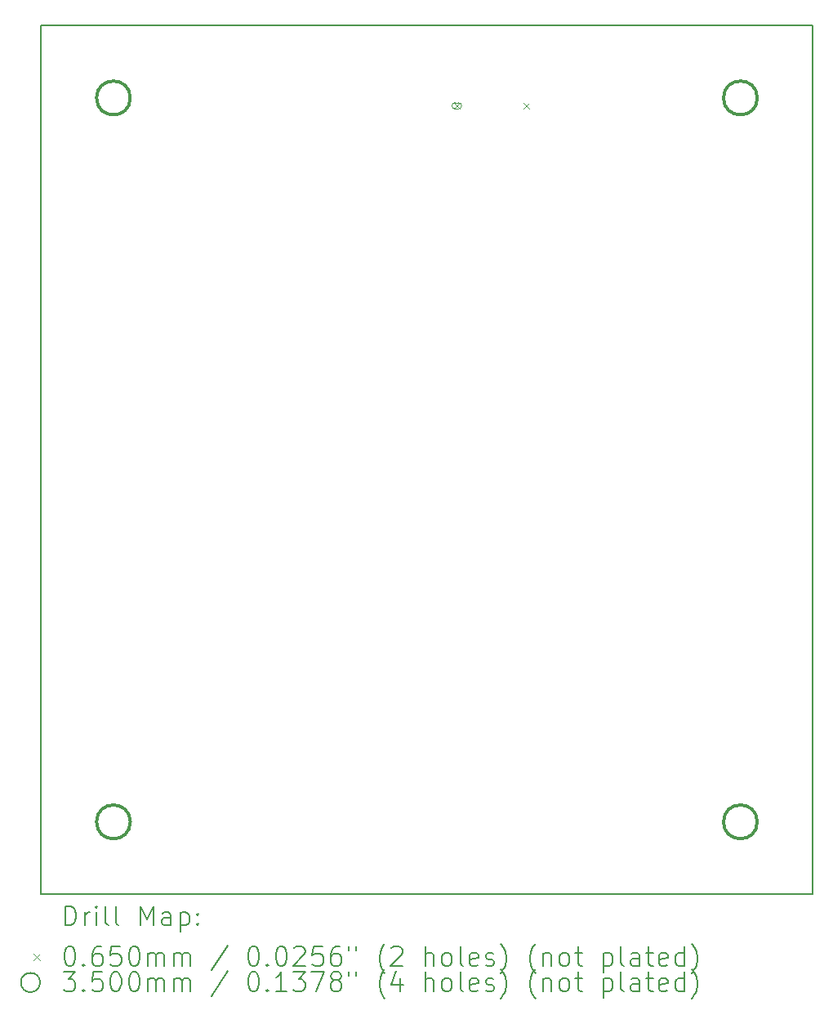
<source format=gbr>
%TF.GenerationSoftware,KiCad,Pcbnew,9.0.1*%
%TF.CreationDate,2025-04-14T00:52:25-03:00*%
%TF.ProjectId,SRAD_computer,53524144-5f63-46f6-9d70-757465722e6b,rev?*%
%TF.SameCoordinates,Original*%
%TF.FileFunction,Drillmap*%
%TF.FilePolarity,Positive*%
%FSLAX45Y45*%
G04 Gerber Fmt 4.5, Leading zero omitted, Abs format (unit mm)*
G04 Created by KiCad (PCBNEW 9.0.1) date 2025-04-14 00:52:25*
%MOMM*%
%LPD*%
G01*
G04 APERTURE LIST*
%ADD10C,0.200000*%
%ADD11C,0.010000*%
%ADD12C,0.100000*%
%ADD13C,0.350000*%
G04 APERTURE END LIST*
D10*
X5588000Y-3532298D02*
X13588000Y-3532298D01*
X13588000Y-12532298D01*
X5588000Y-12532298D01*
X5588000Y-3532298D01*
D11*
X9880500Y-4331500D02*
X9915500Y-4331500D01*
X9915500Y-4396500D02*
X9880500Y-4396500D01*
X9848000Y-4364000D02*
G75*
G02*
X9880500Y-4331500I32500J0D01*
G01*
X9880500Y-4396500D02*
G75*
G02*
X9848000Y-4364000I0J32500D01*
G01*
X9915500Y-4331500D02*
G75*
G02*
X9948000Y-4364000I0J-32500D01*
G01*
X9948000Y-4364000D02*
G75*
G02*
X9915500Y-4396500I-32500J0D01*
G01*
D10*
D12*
X9865500Y-4331500D02*
X9930500Y-4396500D01*
X9930500Y-4331500D02*
X9865500Y-4396500D01*
X10585500Y-4331500D02*
X10650500Y-4396500D01*
X10650500Y-4331500D02*
X10585500Y-4396500D01*
D13*
X6513000Y-4282298D02*
G75*
G02*
X6163000Y-4282298I-175000J0D01*
G01*
X6163000Y-4282298D02*
G75*
G02*
X6513000Y-4282298I175000J0D01*
G01*
X6513000Y-11782298D02*
G75*
G02*
X6163000Y-11782298I-175000J0D01*
G01*
X6163000Y-11782298D02*
G75*
G02*
X6513000Y-11782298I175000J0D01*
G01*
X13013000Y-4282298D02*
G75*
G02*
X12663000Y-4282298I-175000J0D01*
G01*
X12663000Y-4282298D02*
G75*
G02*
X13013000Y-4282298I175000J0D01*
G01*
X13013000Y-11782298D02*
G75*
G02*
X12663000Y-11782298I-175000J0D01*
G01*
X12663000Y-11782298D02*
G75*
G02*
X13013000Y-11782298I175000J0D01*
G01*
D10*
X5838777Y-12853782D02*
X5838777Y-12653782D01*
X5838777Y-12653782D02*
X5886396Y-12653782D01*
X5886396Y-12653782D02*
X5914967Y-12663306D01*
X5914967Y-12663306D02*
X5934015Y-12682354D01*
X5934015Y-12682354D02*
X5943539Y-12701401D01*
X5943539Y-12701401D02*
X5953062Y-12739496D01*
X5953062Y-12739496D02*
X5953062Y-12768068D01*
X5953062Y-12768068D02*
X5943539Y-12806163D01*
X5943539Y-12806163D02*
X5934015Y-12825211D01*
X5934015Y-12825211D02*
X5914967Y-12844258D01*
X5914967Y-12844258D02*
X5886396Y-12853782D01*
X5886396Y-12853782D02*
X5838777Y-12853782D01*
X6038777Y-12853782D02*
X6038777Y-12720449D01*
X6038777Y-12758544D02*
X6048301Y-12739496D01*
X6048301Y-12739496D02*
X6057824Y-12729973D01*
X6057824Y-12729973D02*
X6076872Y-12720449D01*
X6076872Y-12720449D02*
X6095920Y-12720449D01*
X6162586Y-12853782D02*
X6162586Y-12720449D01*
X6162586Y-12653782D02*
X6153062Y-12663306D01*
X6153062Y-12663306D02*
X6162586Y-12672830D01*
X6162586Y-12672830D02*
X6172110Y-12663306D01*
X6172110Y-12663306D02*
X6162586Y-12653782D01*
X6162586Y-12653782D02*
X6162586Y-12672830D01*
X6286396Y-12853782D02*
X6267348Y-12844258D01*
X6267348Y-12844258D02*
X6257824Y-12825211D01*
X6257824Y-12825211D02*
X6257824Y-12653782D01*
X6391158Y-12853782D02*
X6372110Y-12844258D01*
X6372110Y-12844258D02*
X6362586Y-12825211D01*
X6362586Y-12825211D02*
X6362586Y-12653782D01*
X6619729Y-12853782D02*
X6619729Y-12653782D01*
X6619729Y-12653782D02*
X6686396Y-12796639D01*
X6686396Y-12796639D02*
X6753062Y-12653782D01*
X6753062Y-12653782D02*
X6753062Y-12853782D01*
X6934015Y-12853782D02*
X6934015Y-12749020D01*
X6934015Y-12749020D02*
X6924491Y-12729973D01*
X6924491Y-12729973D02*
X6905443Y-12720449D01*
X6905443Y-12720449D02*
X6867348Y-12720449D01*
X6867348Y-12720449D02*
X6848301Y-12729973D01*
X6934015Y-12844258D02*
X6914967Y-12853782D01*
X6914967Y-12853782D02*
X6867348Y-12853782D01*
X6867348Y-12853782D02*
X6848301Y-12844258D01*
X6848301Y-12844258D02*
X6838777Y-12825211D01*
X6838777Y-12825211D02*
X6838777Y-12806163D01*
X6838777Y-12806163D02*
X6848301Y-12787115D01*
X6848301Y-12787115D02*
X6867348Y-12777592D01*
X6867348Y-12777592D02*
X6914967Y-12777592D01*
X6914967Y-12777592D02*
X6934015Y-12768068D01*
X7029253Y-12720449D02*
X7029253Y-12920449D01*
X7029253Y-12729973D02*
X7048301Y-12720449D01*
X7048301Y-12720449D02*
X7086396Y-12720449D01*
X7086396Y-12720449D02*
X7105443Y-12729973D01*
X7105443Y-12729973D02*
X7114967Y-12739496D01*
X7114967Y-12739496D02*
X7124491Y-12758544D01*
X7124491Y-12758544D02*
X7124491Y-12815687D01*
X7124491Y-12815687D02*
X7114967Y-12834734D01*
X7114967Y-12834734D02*
X7105443Y-12844258D01*
X7105443Y-12844258D02*
X7086396Y-12853782D01*
X7086396Y-12853782D02*
X7048301Y-12853782D01*
X7048301Y-12853782D02*
X7029253Y-12844258D01*
X7210205Y-12834734D02*
X7219729Y-12844258D01*
X7219729Y-12844258D02*
X7210205Y-12853782D01*
X7210205Y-12853782D02*
X7200682Y-12844258D01*
X7200682Y-12844258D02*
X7210205Y-12834734D01*
X7210205Y-12834734D02*
X7210205Y-12853782D01*
X7210205Y-12729973D02*
X7219729Y-12739496D01*
X7219729Y-12739496D02*
X7210205Y-12749020D01*
X7210205Y-12749020D02*
X7200682Y-12739496D01*
X7200682Y-12739496D02*
X7210205Y-12729973D01*
X7210205Y-12729973D02*
X7210205Y-12749020D01*
D12*
X5513000Y-13149798D02*
X5578000Y-13214798D01*
X5578000Y-13149798D02*
X5513000Y-13214798D01*
D10*
X5876872Y-13073782D02*
X5895920Y-13073782D01*
X5895920Y-13073782D02*
X5914967Y-13083306D01*
X5914967Y-13083306D02*
X5924491Y-13092830D01*
X5924491Y-13092830D02*
X5934015Y-13111877D01*
X5934015Y-13111877D02*
X5943539Y-13149973D01*
X5943539Y-13149973D02*
X5943539Y-13197592D01*
X5943539Y-13197592D02*
X5934015Y-13235687D01*
X5934015Y-13235687D02*
X5924491Y-13254734D01*
X5924491Y-13254734D02*
X5914967Y-13264258D01*
X5914967Y-13264258D02*
X5895920Y-13273782D01*
X5895920Y-13273782D02*
X5876872Y-13273782D01*
X5876872Y-13273782D02*
X5857824Y-13264258D01*
X5857824Y-13264258D02*
X5848301Y-13254734D01*
X5848301Y-13254734D02*
X5838777Y-13235687D01*
X5838777Y-13235687D02*
X5829253Y-13197592D01*
X5829253Y-13197592D02*
X5829253Y-13149973D01*
X5829253Y-13149973D02*
X5838777Y-13111877D01*
X5838777Y-13111877D02*
X5848301Y-13092830D01*
X5848301Y-13092830D02*
X5857824Y-13083306D01*
X5857824Y-13083306D02*
X5876872Y-13073782D01*
X6029253Y-13254734D02*
X6038777Y-13264258D01*
X6038777Y-13264258D02*
X6029253Y-13273782D01*
X6029253Y-13273782D02*
X6019729Y-13264258D01*
X6019729Y-13264258D02*
X6029253Y-13254734D01*
X6029253Y-13254734D02*
X6029253Y-13273782D01*
X6210205Y-13073782D02*
X6172110Y-13073782D01*
X6172110Y-13073782D02*
X6153062Y-13083306D01*
X6153062Y-13083306D02*
X6143539Y-13092830D01*
X6143539Y-13092830D02*
X6124491Y-13121401D01*
X6124491Y-13121401D02*
X6114967Y-13159496D01*
X6114967Y-13159496D02*
X6114967Y-13235687D01*
X6114967Y-13235687D02*
X6124491Y-13254734D01*
X6124491Y-13254734D02*
X6134015Y-13264258D01*
X6134015Y-13264258D02*
X6153062Y-13273782D01*
X6153062Y-13273782D02*
X6191158Y-13273782D01*
X6191158Y-13273782D02*
X6210205Y-13264258D01*
X6210205Y-13264258D02*
X6219729Y-13254734D01*
X6219729Y-13254734D02*
X6229253Y-13235687D01*
X6229253Y-13235687D02*
X6229253Y-13188068D01*
X6229253Y-13188068D02*
X6219729Y-13169020D01*
X6219729Y-13169020D02*
X6210205Y-13159496D01*
X6210205Y-13159496D02*
X6191158Y-13149973D01*
X6191158Y-13149973D02*
X6153062Y-13149973D01*
X6153062Y-13149973D02*
X6134015Y-13159496D01*
X6134015Y-13159496D02*
X6124491Y-13169020D01*
X6124491Y-13169020D02*
X6114967Y-13188068D01*
X6410205Y-13073782D02*
X6314967Y-13073782D01*
X6314967Y-13073782D02*
X6305443Y-13169020D01*
X6305443Y-13169020D02*
X6314967Y-13159496D01*
X6314967Y-13159496D02*
X6334015Y-13149973D01*
X6334015Y-13149973D02*
X6381634Y-13149973D01*
X6381634Y-13149973D02*
X6400682Y-13159496D01*
X6400682Y-13159496D02*
X6410205Y-13169020D01*
X6410205Y-13169020D02*
X6419729Y-13188068D01*
X6419729Y-13188068D02*
X6419729Y-13235687D01*
X6419729Y-13235687D02*
X6410205Y-13254734D01*
X6410205Y-13254734D02*
X6400682Y-13264258D01*
X6400682Y-13264258D02*
X6381634Y-13273782D01*
X6381634Y-13273782D02*
X6334015Y-13273782D01*
X6334015Y-13273782D02*
X6314967Y-13264258D01*
X6314967Y-13264258D02*
X6305443Y-13254734D01*
X6543539Y-13073782D02*
X6562586Y-13073782D01*
X6562586Y-13073782D02*
X6581634Y-13083306D01*
X6581634Y-13083306D02*
X6591158Y-13092830D01*
X6591158Y-13092830D02*
X6600682Y-13111877D01*
X6600682Y-13111877D02*
X6610205Y-13149973D01*
X6610205Y-13149973D02*
X6610205Y-13197592D01*
X6610205Y-13197592D02*
X6600682Y-13235687D01*
X6600682Y-13235687D02*
X6591158Y-13254734D01*
X6591158Y-13254734D02*
X6581634Y-13264258D01*
X6581634Y-13264258D02*
X6562586Y-13273782D01*
X6562586Y-13273782D02*
X6543539Y-13273782D01*
X6543539Y-13273782D02*
X6524491Y-13264258D01*
X6524491Y-13264258D02*
X6514967Y-13254734D01*
X6514967Y-13254734D02*
X6505443Y-13235687D01*
X6505443Y-13235687D02*
X6495920Y-13197592D01*
X6495920Y-13197592D02*
X6495920Y-13149973D01*
X6495920Y-13149973D02*
X6505443Y-13111877D01*
X6505443Y-13111877D02*
X6514967Y-13092830D01*
X6514967Y-13092830D02*
X6524491Y-13083306D01*
X6524491Y-13083306D02*
X6543539Y-13073782D01*
X6695920Y-13273782D02*
X6695920Y-13140449D01*
X6695920Y-13159496D02*
X6705443Y-13149973D01*
X6705443Y-13149973D02*
X6724491Y-13140449D01*
X6724491Y-13140449D02*
X6753063Y-13140449D01*
X6753063Y-13140449D02*
X6772110Y-13149973D01*
X6772110Y-13149973D02*
X6781634Y-13169020D01*
X6781634Y-13169020D02*
X6781634Y-13273782D01*
X6781634Y-13169020D02*
X6791158Y-13149973D01*
X6791158Y-13149973D02*
X6810205Y-13140449D01*
X6810205Y-13140449D02*
X6838777Y-13140449D01*
X6838777Y-13140449D02*
X6857824Y-13149973D01*
X6857824Y-13149973D02*
X6867348Y-13169020D01*
X6867348Y-13169020D02*
X6867348Y-13273782D01*
X6962586Y-13273782D02*
X6962586Y-13140449D01*
X6962586Y-13159496D02*
X6972110Y-13149973D01*
X6972110Y-13149973D02*
X6991158Y-13140449D01*
X6991158Y-13140449D02*
X7019729Y-13140449D01*
X7019729Y-13140449D02*
X7038777Y-13149973D01*
X7038777Y-13149973D02*
X7048301Y-13169020D01*
X7048301Y-13169020D02*
X7048301Y-13273782D01*
X7048301Y-13169020D02*
X7057824Y-13149973D01*
X7057824Y-13149973D02*
X7076872Y-13140449D01*
X7076872Y-13140449D02*
X7105443Y-13140449D01*
X7105443Y-13140449D02*
X7124491Y-13149973D01*
X7124491Y-13149973D02*
X7134015Y-13169020D01*
X7134015Y-13169020D02*
X7134015Y-13273782D01*
X7524491Y-13064258D02*
X7353063Y-13321401D01*
X7781634Y-13073782D02*
X7800682Y-13073782D01*
X7800682Y-13073782D02*
X7819729Y-13083306D01*
X7819729Y-13083306D02*
X7829253Y-13092830D01*
X7829253Y-13092830D02*
X7838777Y-13111877D01*
X7838777Y-13111877D02*
X7848301Y-13149973D01*
X7848301Y-13149973D02*
X7848301Y-13197592D01*
X7848301Y-13197592D02*
X7838777Y-13235687D01*
X7838777Y-13235687D02*
X7829253Y-13254734D01*
X7829253Y-13254734D02*
X7819729Y-13264258D01*
X7819729Y-13264258D02*
X7800682Y-13273782D01*
X7800682Y-13273782D02*
X7781634Y-13273782D01*
X7781634Y-13273782D02*
X7762586Y-13264258D01*
X7762586Y-13264258D02*
X7753063Y-13254734D01*
X7753063Y-13254734D02*
X7743539Y-13235687D01*
X7743539Y-13235687D02*
X7734015Y-13197592D01*
X7734015Y-13197592D02*
X7734015Y-13149973D01*
X7734015Y-13149973D02*
X7743539Y-13111877D01*
X7743539Y-13111877D02*
X7753063Y-13092830D01*
X7753063Y-13092830D02*
X7762586Y-13083306D01*
X7762586Y-13083306D02*
X7781634Y-13073782D01*
X7934015Y-13254734D02*
X7943539Y-13264258D01*
X7943539Y-13264258D02*
X7934015Y-13273782D01*
X7934015Y-13273782D02*
X7924491Y-13264258D01*
X7924491Y-13264258D02*
X7934015Y-13254734D01*
X7934015Y-13254734D02*
X7934015Y-13273782D01*
X8067348Y-13073782D02*
X8086396Y-13073782D01*
X8086396Y-13073782D02*
X8105444Y-13083306D01*
X8105444Y-13083306D02*
X8114967Y-13092830D01*
X8114967Y-13092830D02*
X8124491Y-13111877D01*
X8124491Y-13111877D02*
X8134015Y-13149973D01*
X8134015Y-13149973D02*
X8134015Y-13197592D01*
X8134015Y-13197592D02*
X8124491Y-13235687D01*
X8124491Y-13235687D02*
X8114967Y-13254734D01*
X8114967Y-13254734D02*
X8105444Y-13264258D01*
X8105444Y-13264258D02*
X8086396Y-13273782D01*
X8086396Y-13273782D02*
X8067348Y-13273782D01*
X8067348Y-13273782D02*
X8048301Y-13264258D01*
X8048301Y-13264258D02*
X8038777Y-13254734D01*
X8038777Y-13254734D02*
X8029253Y-13235687D01*
X8029253Y-13235687D02*
X8019729Y-13197592D01*
X8019729Y-13197592D02*
X8019729Y-13149973D01*
X8019729Y-13149973D02*
X8029253Y-13111877D01*
X8029253Y-13111877D02*
X8038777Y-13092830D01*
X8038777Y-13092830D02*
X8048301Y-13083306D01*
X8048301Y-13083306D02*
X8067348Y-13073782D01*
X8210206Y-13092830D02*
X8219729Y-13083306D01*
X8219729Y-13083306D02*
X8238777Y-13073782D01*
X8238777Y-13073782D02*
X8286396Y-13073782D01*
X8286396Y-13073782D02*
X8305444Y-13083306D01*
X8305444Y-13083306D02*
X8314967Y-13092830D01*
X8314967Y-13092830D02*
X8324491Y-13111877D01*
X8324491Y-13111877D02*
X8324491Y-13130925D01*
X8324491Y-13130925D02*
X8314967Y-13159496D01*
X8314967Y-13159496D02*
X8200682Y-13273782D01*
X8200682Y-13273782D02*
X8324491Y-13273782D01*
X8505444Y-13073782D02*
X8410206Y-13073782D01*
X8410206Y-13073782D02*
X8400682Y-13169020D01*
X8400682Y-13169020D02*
X8410206Y-13159496D01*
X8410206Y-13159496D02*
X8429253Y-13149973D01*
X8429253Y-13149973D02*
X8476872Y-13149973D01*
X8476872Y-13149973D02*
X8495920Y-13159496D01*
X8495920Y-13159496D02*
X8505444Y-13169020D01*
X8505444Y-13169020D02*
X8514968Y-13188068D01*
X8514968Y-13188068D02*
X8514968Y-13235687D01*
X8514968Y-13235687D02*
X8505444Y-13254734D01*
X8505444Y-13254734D02*
X8495920Y-13264258D01*
X8495920Y-13264258D02*
X8476872Y-13273782D01*
X8476872Y-13273782D02*
X8429253Y-13273782D01*
X8429253Y-13273782D02*
X8410206Y-13264258D01*
X8410206Y-13264258D02*
X8400682Y-13254734D01*
X8686396Y-13073782D02*
X8648301Y-13073782D01*
X8648301Y-13073782D02*
X8629253Y-13083306D01*
X8629253Y-13083306D02*
X8619729Y-13092830D01*
X8619729Y-13092830D02*
X8600682Y-13121401D01*
X8600682Y-13121401D02*
X8591158Y-13159496D01*
X8591158Y-13159496D02*
X8591158Y-13235687D01*
X8591158Y-13235687D02*
X8600682Y-13254734D01*
X8600682Y-13254734D02*
X8610206Y-13264258D01*
X8610206Y-13264258D02*
X8629253Y-13273782D01*
X8629253Y-13273782D02*
X8667349Y-13273782D01*
X8667349Y-13273782D02*
X8686396Y-13264258D01*
X8686396Y-13264258D02*
X8695920Y-13254734D01*
X8695920Y-13254734D02*
X8705444Y-13235687D01*
X8705444Y-13235687D02*
X8705444Y-13188068D01*
X8705444Y-13188068D02*
X8695920Y-13169020D01*
X8695920Y-13169020D02*
X8686396Y-13159496D01*
X8686396Y-13159496D02*
X8667349Y-13149973D01*
X8667349Y-13149973D02*
X8629253Y-13149973D01*
X8629253Y-13149973D02*
X8610206Y-13159496D01*
X8610206Y-13159496D02*
X8600682Y-13169020D01*
X8600682Y-13169020D02*
X8591158Y-13188068D01*
X8781634Y-13073782D02*
X8781634Y-13111877D01*
X8857825Y-13073782D02*
X8857825Y-13111877D01*
X9153063Y-13349973D02*
X9143539Y-13340449D01*
X9143539Y-13340449D02*
X9124491Y-13311877D01*
X9124491Y-13311877D02*
X9114968Y-13292830D01*
X9114968Y-13292830D02*
X9105444Y-13264258D01*
X9105444Y-13264258D02*
X9095920Y-13216639D01*
X9095920Y-13216639D02*
X9095920Y-13178544D01*
X9095920Y-13178544D02*
X9105444Y-13130925D01*
X9105444Y-13130925D02*
X9114968Y-13102354D01*
X9114968Y-13102354D02*
X9124491Y-13083306D01*
X9124491Y-13083306D02*
X9143539Y-13054734D01*
X9143539Y-13054734D02*
X9153063Y-13045211D01*
X9219730Y-13092830D02*
X9229253Y-13083306D01*
X9229253Y-13083306D02*
X9248301Y-13073782D01*
X9248301Y-13073782D02*
X9295920Y-13073782D01*
X9295920Y-13073782D02*
X9314968Y-13083306D01*
X9314968Y-13083306D02*
X9324491Y-13092830D01*
X9324491Y-13092830D02*
X9334015Y-13111877D01*
X9334015Y-13111877D02*
X9334015Y-13130925D01*
X9334015Y-13130925D02*
X9324491Y-13159496D01*
X9324491Y-13159496D02*
X9210206Y-13273782D01*
X9210206Y-13273782D02*
X9334015Y-13273782D01*
X9572111Y-13273782D02*
X9572111Y-13073782D01*
X9657825Y-13273782D02*
X9657825Y-13169020D01*
X9657825Y-13169020D02*
X9648301Y-13149973D01*
X9648301Y-13149973D02*
X9629253Y-13140449D01*
X9629253Y-13140449D02*
X9600682Y-13140449D01*
X9600682Y-13140449D02*
X9581634Y-13149973D01*
X9581634Y-13149973D02*
X9572111Y-13159496D01*
X9781634Y-13273782D02*
X9762587Y-13264258D01*
X9762587Y-13264258D02*
X9753063Y-13254734D01*
X9753063Y-13254734D02*
X9743539Y-13235687D01*
X9743539Y-13235687D02*
X9743539Y-13178544D01*
X9743539Y-13178544D02*
X9753063Y-13159496D01*
X9753063Y-13159496D02*
X9762587Y-13149973D01*
X9762587Y-13149973D02*
X9781634Y-13140449D01*
X9781634Y-13140449D02*
X9810206Y-13140449D01*
X9810206Y-13140449D02*
X9829253Y-13149973D01*
X9829253Y-13149973D02*
X9838777Y-13159496D01*
X9838777Y-13159496D02*
X9848301Y-13178544D01*
X9848301Y-13178544D02*
X9848301Y-13235687D01*
X9848301Y-13235687D02*
X9838777Y-13254734D01*
X9838777Y-13254734D02*
X9829253Y-13264258D01*
X9829253Y-13264258D02*
X9810206Y-13273782D01*
X9810206Y-13273782D02*
X9781634Y-13273782D01*
X9962587Y-13273782D02*
X9943539Y-13264258D01*
X9943539Y-13264258D02*
X9934015Y-13245211D01*
X9934015Y-13245211D02*
X9934015Y-13073782D01*
X10114968Y-13264258D02*
X10095920Y-13273782D01*
X10095920Y-13273782D02*
X10057825Y-13273782D01*
X10057825Y-13273782D02*
X10038777Y-13264258D01*
X10038777Y-13264258D02*
X10029253Y-13245211D01*
X10029253Y-13245211D02*
X10029253Y-13169020D01*
X10029253Y-13169020D02*
X10038777Y-13149973D01*
X10038777Y-13149973D02*
X10057825Y-13140449D01*
X10057825Y-13140449D02*
X10095920Y-13140449D01*
X10095920Y-13140449D02*
X10114968Y-13149973D01*
X10114968Y-13149973D02*
X10124492Y-13169020D01*
X10124492Y-13169020D02*
X10124492Y-13188068D01*
X10124492Y-13188068D02*
X10029253Y-13207115D01*
X10200682Y-13264258D02*
X10219730Y-13273782D01*
X10219730Y-13273782D02*
X10257825Y-13273782D01*
X10257825Y-13273782D02*
X10276873Y-13264258D01*
X10276873Y-13264258D02*
X10286396Y-13245211D01*
X10286396Y-13245211D02*
X10286396Y-13235687D01*
X10286396Y-13235687D02*
X10276873Y-13216639D01*
X10276873Y-13216639D02*
X10257825Y-13207115D01*
X10257825Y-13207115D02*
X10229253Y-13207115D01*
X10229253Y-13207115D02*
X10210206Y-13197592D01*
X10210206Y-13197592D02*
X10200682Y-13178544D01*
X10200682Y-13178544D02*
X10200682Y-13169020D01*
X10200682Y-13169020D02*
X10210206Y-13149973D01*
X10210206Y-13149973D02*
X10229253Y-13140449D01*
X10229253Y-13140449D02*
X10257825Y-13140449D01*
X10257825Y-13140449D02*
X10276873Y-13149973D01*
X10353063Y-13349973D02*
X10362587Y-13340449D01*
X10362587Y-13340449D02*
X10381634Y-13311877D01*
X10381634Y-13311877D02*
X10391158Y-13292830D01*
X10391158Y-13292830D02*
X10400682Y-13264258D01*
X10400682Y-13264258D02*
X10410206Y-13216639D01*
X10410206Y-13216639D02*
X10410206Y-13178544D01*
X10410206Y-13178544D02*
X10400682Y-13130925D01*
X10400682Y-13130925D02*
X10391158Y-13102354D01*
X10391158Y-13102354D02*
X10381634Y-13083306D01*
X10381634Y-13083306D02*
X10362587Y-13054734D01*
X10362587Y-13054734D02*
X10353063Y-13045211D01*
X10714968Y-13349973D02*
X10705444Y-13340449D01*
X10705444Y-13340449D02*
X10686396Y-13311877D01*
X10686396Y-13311877D02*
X10676873Y-13292830D01*
X10676873Y-13292830D02*
X10667349Y-13264258D01*
X10667349Y-13264258D02*
X10657825Y-13216639D01*
X10657825Y-13216639D02*
X10657825Y-13178544D01*
X10657825Y-13178544D02*
X10667349Y-13130925D01*
X10667349Y-13130925D02*
X10676873Y-13102354D01*
X10676873Y-13102354D02*
X10686396Y-13083306D01*
X10686396Y-13083306D02*
X10705444Y-13054734D01*
X10705444Y-13054734D02*
X10714968Y-13045211D01*
X10791158Y-13140449D02*
X10791158Y-13273782D01*
X10791158Y-13159496D02*
X10800682Y-13149973D01*
X10800682Y-13149973D02*
X10819730Y-13140449D01*
X10819730Y-13140449D02*
X10848301Y-13140449D01*
X10848301Y-13140449D02*
X10867349Y-13149973D01*
X10867349Y-13149973D02*
X10876873Y-13169020D01*
X10876873Y-13169020D02*
X10876873Y-13273782D01*
X11000682Y-13273782D02*
X10981634Y-13264258D01*
X10981634Y-13264258D02*
X10972111Y-13254734D01*
X10972111Y-13254734D02*
X10962587Y-13235687D01*
X10962587Y-13235687D02*
X10962587Y-13178544D01*
X10962587Y-13178544D02*
X10972111Y-13159496D01*
X10972111Y-13159496D02*
X10981634Y-13149973D01*
X10981634Y-13149973D02*
X11000682Y-13140449D01*
X11000682Y-13140449D02*
X11029254Y-13140449D01*
X11029254Y-13140449D02*
X11048301Y-13149973D01*
X11048301Y-13149973D02*
X11057825Y-13159496D01*
X11057825Y-13159496D02*
X11067349Y-13178544D01*
X11067349Y-13178544D02*
X11067349Y-13235687D01*
X11067349Y-13235687D02*
X11057825Y-13254734D01*
X11057825Y-13254734D02*
X11048301Y-13264258D01*
X11048301Y-13264258D02*
X11029254Y-13273782D01*
X11029254Y-13273782D02*
X11000682Y-13273782D01*
X11124492Y-13140449D02*
X11200682Y-13140449D01*
X11153063Y-13073782D02*
X11153063Y-13245211D01*
X11153063Y-13245211D02*
X11162587Y-13264258D01*
X11162587Y-13264258D02*
X11181634Y-13273782D01*
X11181634Y-13273782D02*
X11200682Y-13273782D01*
X11419730Y-13140449D02*
X11419730Y-13340449D01*
X11419730Y-13149973D02*
X11438777Y-13140449D01*
X11438777Y-13140449D02*
X11476873Y-13140449D01*
X11476873Y-13140449D02*
X11495920Y-13149973D01*
X11495920Y-13149973D02*
X11505444Y-13159496D01*
X11505444Y-13159496D02*
X11514968Y-13178544D01*
X11514968Y-13178544D02*
X11514968Y-13235687D01*
X11514968Y-13235687D02*
X11505444Y-13254734D01*
X11505444Y-13254734D02*
X11495920Y-13264258D01*
X11495920Y-13264258D02*
X11476873Y-13273782D01*
X11476873Y-13273782D02*
X11438777Y-13273782D01*
X11438777Y-13273782D02*
X11419730Y-13264258D01*
X11629253Y-13273782D02*
X11610206Y-13264258D01*
X11610206Y-13264258D02*
X11600682Y-13245211D01*
X11600682Y-13245211D02*
X11600682Y-13073782D01*
X11791158Y-13273782D02*
X11791158Y-13169020D01*
X11791158Y-13169020D02*
X11781634Y-13149973D01*
X11781634Y-13149973D02*
X11762587Y-13140449D01*
X11762587Y-13140449D02*
X11724492Y-13140449D01*
X11724492Y-13140449D02*
X11705444Y-13149973D01*
X11791158Y-13264258D02*
X11772111Y-13273782D01*
X11772111Y-13273782D02*
X11724492Y-13273782D01*
X11724492Y-13273782D02*
X11705444Y-13264258D01*
X11705444Y-13264258D02*
X11695920Y-13245211D01*
X11695920Y-13245211D02*
X11695920Y-13226163D01*
X11695920Y-13226163D02*
X11705444Y-13207115D01*
X11705444Y-13207115D02*
X11724492Y-13197592D01*
X11724492Y-13197592D02*
X11772111Y-13197592D01*
X11772111Y-13197592D02*
X11791158Y-13188068D01*
X11857825Y-13140449D02*
X11934015Y-13140449D01*
X11886396Y-13073782D02*
X11886396Y-13245211D01*
X11886396Y-13245211D02*
X11895920Y-13264258D01*
X11895920Y-13264258D02*
X11914968Y-13273782D01*
X11914968Y-13273782D02*
X11934015Y-13273782D01*
X12076873Y-13264258D02*
X12057825Y-13273782D01*
X12057825Y-13273782D02*
X12019730Y-13273782D01*
X12019730Y-13273782D02*
X12000682Y-13264258D01*
X12000682Y-13264258D02*
X11991158Y-13245211D01*
X11991158Y-13245211D02*
X11991158Y-13169020D01*
X11991158Y-13169020D02*
X12000682Y-13149973D01*
X12000682Y-13149973D02*
X12019730Y-13140449D01*
X12019730Y-13140449D02*
X12057825Y-13140449D01*
X12057825Y-13140449D02*
X12076873Y-13149973D01*
X12076873Y-13149973D02*
X12086396Y-13169020D01*
X12086396Y-13169020D02*
X12086396Y-13188068D01*
X12086396Y-13188068D02*
X11991158Y-13207115D01*
X12257825Y-13273782D02*
X12257825Y-13073782D01*
X12257825Y-13264258D02*
X12238777Y-13273782D01*
X12238777Y-13273782D02*
X12200682Y-13273782D01*
X12200682Y-13273782D02*
X12181634Y-13264258D01*
X12181634Y-13264258D02*
X12172111Y-13254734D01*
X12172111Y-13254734D02*
X12162587Y-13235687D01*
X12162587Y-13235687D02*
X12162587Y-13178544D01*
X12162587Y-13178544D02*
X12172111Y-13159496D01*
X12172111Y-13159496D02*
X12181634Y-13149973D01*
X12181634Y-13149973D02*
X12200682Y-13140449D01*
X12200682Y-13140449D02*
X12238777Y-13140449D01*
X12238777Y-13140449D02*
X12257825Y-13149973D01*
X12334015Y-13349973D02*
X12343539Y-13340449D01*
X12343539Y-13340449D02*
X12362587Y-13311877D01*
X12362587Y-13311877D02*
X12372111Y-13292830D01*
X12372111Y-13292830D02*
X12381634Y-13264258D01*
X12381634Y-13264258D02*
X12391158Y-13216639D01*
X12391158Y-13216639D02*
X12391158Y-13178544D01*
X12391158Y-13178544D02*
X12381634Y-13130925D01*
X12381634Y-13130925D02*
X12372111Y-13102354D01*
X12372111Y-13102354D02*
X12362587Y-13083306D01*
X12362587Y-13083306D02*
X12343539Y-13054734D01*
X12343539Y-13054734D02*
X12334015Y-13045211D01*
X5578000Y-13446298D02*
G75*
G02*
X5378000Y-13446298I-100000J0D01*
G01*
X5378000Y-13446298D02*
G75*
G02*
X5578000Y-13446298I100000J0D01*
G01*
X5819729Y-13337782D02*
X5943539Y-13337782D01*
X5943539Y-13337782D02*
X5876872Y-13413973D01*
X5876872Y-13413973D02*
X5905443Y-13413973D01*
X5905443Y-13413973D02*
X5924491Y-13423496D01*
X5924491Y-13423496D02*
X5934015Y-13433020D01*
X5934015Y-13433020D02*
X5943539Y-13452068D01*
X5943539Y-13452068D02*
X5943539Y-13499687D01*
X5943539Y-13499687D02*
X5934015Y-13518734D01*
X5934015Y-13518734D02*
X5924491Y-13528258D01*
X5924491Y-13528258D02*
X5905443Y-13537782D01*
X5905443Y-13537782D02*
X5848301Y-13537782D01*
X5848301Y-13537782D02*
X5829253Y-13528258D01*
X5829253Y-13528258D02*
X5819729Y-13518734D01*
X6029253Y-13518734D02*
X6038777Y-13528258D01*
X6038777Y-13528258D02*
X6029253Y-13537782D01*
X6029253Y-13537782D02*
X6019729Y-13528258D01*
X6019729Y-13528258D02*
X6029253Y-13518734D01*
X6029253Y-13518734D02*
X6029253Y-13537782D01*
X6219729Y-13337782D02*
X6124491Y-13337782D01*
X6124491Y-13337782D02*
X6114967Y-13433020D01*
X6114967Y-13433020D02*
X6124491Y-13423496D01*
X6124491Y-13423496D02*
X6143539Y-13413973D01*
X6143539Y-13413973D02*
X6191158Y-13413973D01*
X6191158Y-13413973D02*
X6210205Y-13423496D01*
X6210205Y-13423496D02*
X6219729Y-13433020D01*
X6219729Y-13433020D02*
X6229253Y-13452068D01*
X6229253Y-13452068D02*
X6229253Y-13499687D01*
X6229253Y-13499687D02*
X6219729Y-13518734D01*
X6219729Y-13518734D02*
X6210205Y-13528258D01*
X6210205Y-13528258D02*
X6191158Y-13537782D01*
X6191158Y-13537782D02*
X6143539Y-13537782D01*
X6143539Y-13537782D02*
X6124491Y-13528258D01*
X6124491Y-13528258D02*
X6114967Y-13518734D01*
X6353062Y-13337782D02*
X6372110Y-13337782D01*
X6372110Y-13337782D02*
X6391158Y-13347306D01*
X6391158Y-13347306D02*
X6400682Y-13356830D01*
X6400682Y-13356830D02*
X6410205Y-13375877D01*
X6410205Y-13375877D02*
X6419729Y-13413973D01*
X6419729Y-13413973D02*
X6419729Y-13461592D01*
X6419729Y-13461592D02*
X6410205Y-13499687D01*
X6410205Y-13499687D02*
X6400682Y-13518734D01*
X6400682Y-13518734D02*
X6391158Y-13528258D01*
X6391158Y-13528258D02*
X6372110Y-13537782D01*
X6372110Y-13537782D02*
X6353062Y-13537782D01*
X6353062Y-13537782D02*
X6334015Y-13528258D01*
X6334015Y-13528258D02*
X6324491Y-13518734D01*
X6324491Y-13518734D02*
X6314967Y-13499687D01*
X6314967Y-13499687D02*
X6305443Y-13461592D01*
X6305443Y-13461592D02*
X6305443Y-13413973D01*
X6305443Y-13413973D02*
X6314967Y-13375877D01*
X6314967Y-13375877D02*
X6324491Y-13356830D01*
X6324491Y-13356830D02*
X6334015Y-13347306D01*
X6334015Y-13347306D02*
X6353062Y-13337782D01*
X6543539Y-13337782D02*
X6562586Y-13337782D01*
X6562586Y-13337782D02*
X6581634Y-13347306D01*
X6581634Y-13347306D02*
X6591158Y-13356830D01*
X6591158Y-13356830D02*
X6600682Y-13375877D01*
X6600682Y-13375877D02*
X6610205Y-13413973D01*
X6610205Y-13413973D02*
X6610205Y-13461592D01*
X6610205Y-13461592D02*
X6600682Y-13499687D01*
X6600682Y-13499687D02*
X6591158Y-13518734D01*
X6591158Y-13518734D02*
X6581634Y-13528258D01*
X6581634Y-13528258D02*
X6562586Y-13537782D01*
X6562586Y-13537782D02*
X6543539Y-13537782D01*
X6543539Y-13537782D02*
X6524491Y-13528258D01*
X6524491Y-13528258D02*
X6514967Y-13518734D01*
X6514967Y-13518734D02*
X6505443Y-13499687D01*
X6505443Y-13499687D02*
X6495920Y-13461592D01*
X6495920Y-13461592D02*
X6495920Y-13413973D01*
X6495920Y-13413973D02*
X6505443Y-13375877D01*
X6505443Y-13375877D02*
X6514967Y-13356830D01*
X6514967Y-13356830D02*
X6524491Y-13347306D01*
X6524491Y-13347306D02*
X6543539Y-13337782D01*
X6695920Y-13537782D02*
X6695920Y-13404449D01*
X6695920Y-13423496D02*
X6705443Y-13413973D01*
X6705443Y-13413973D02*
X6724491Y-13404449D01*
X6724491Y-13404449D02*
X6753063Y-13404449D01*
X6753063Y-13404449D02*
X6772110Y-13413973D01*
X6772110Y-13413973D02*
X6781634Y-13433020D01*
X6781634Y-13433020D02*
X6781634Y-13537782D01*
X6781634Y-13433020D02*
X6791158Y-13413973D01*
X6791158Y-13413973D02*
X6810205Y-13404449D01*
X6810205Y-13404449D02*
X6838777Y-13404449D01*
X6838777Y-13404449D02*
X6857824Y-13413973D01*
X6857824Y-13413973D02*
X6867348Y-13433020D01*
X6867348Y-13433020D02*
X6867348Y-13537782D01*
X6962586Y-13537782D02*
X6962586Y-13404449D01*
X6962586Y-13423496D02*
X6972110Y-13413973D01*
X6972110Y-13413973D02*
X6991158Y-13404449D01*
X6991158Y-13404449D02*
X7019729Y-13404449D01*
X7019729Y-13404449D02*
X7038777Y-13413973D01*
X7038777Y-13413973D02*
X7048301Y-13433020D01*
X7048301Y-13433020D02*
X7048301Y-13537782D01*
X7048301Y-13433020D02*
X7057824Y-13413973D01*
X7057824Y-13413973D02*
X7076872Y-13404449D01*
X7076872Y-13404449D02*
X7105443Y-13404449D01*
X7105443Y-13404449D02*
X7124491Y-13413973D01*
X7124491Y-13413973D02*
X7134015Y-13433020D01*
X7134015Y-13433020D02*
X7134015Y-13537782D01*
X7524491Y-13328258D02*
X7353063Y-13585401D01*
X7781634Y-13337782D02*
X7800682Y-13337782D01*
X7800682Y-13337782D02*
X7819729Y-13347306D01*
X7819729Y-13347306D02*
X7829253Y-13356830D01*
X7829253Y-13356830D02*
X7838777Y-13375877D01*
X7838777Y-13375877D02*
X7848301Y-13413973D01*
X7848301Y-13413973D02*
X7848301Y-13461592D01*
X7848301Y-13461592D02*
X7838777Y-13499687D01*
X7838777Y-13499687D02*
X7829253Y-13518734D01*
X7829253Y-13518734D02*
X7819729Y-13528258D01*
X7819729Y-13528258D02*
X7800682Y-13537782D01*
X7800682Y-13537782D02*
X7781634Y-13537782D01*
X7781634Y-13537782D02*
X7762586Y-13528258D01*
X7762586Y-13528258D02*
X7753063Y-13518734D01*
X7753063Y-13518734D02*
X7743539Y-13499687D01*
X7743539Y-13499687D02*
X7734015Y-13461592D01*
X7734015Y-13461592D02*
X7734015Y-13413973D01*
X7734015Y-13413973D02*
X7743539Y-13375877D01*
X7743539Y-13375877D02*
X7753063Y-13356830D01*
X7753063Y-13356830D02*
X7762586Y-13347306D01*
X7762586Y-13347306D02*
X7781634Y-13337782D01*
X7934015Y-13518734D02*
X7943539Y-13528258D01*
X7943539Y-13528258D02*
X7934015Y-13537782D01*
X7934015Y-13537782D02*
X7924491Y-13528258D01*
X7924491Y-13528258D02*
X7934015Y-13518734D01*
X7934015Y-13518734D02*
X7934015Y-13537782D01*
X8134015Y-13537782D02*
X8019729Y-13537782D01*
X8076872Y-13537782D02*
X8076872Y-13337782D01*
X8076872Y-13337782D02*
X8057825Y-13366354D01*
X8057825Y-13366354D02*
X8038777Y-13385401D01*
X8038777Y-13385401D02*
X8019729Y-13394925D01*
X8200682Y-13337782D02*
X8324491Y-13337782D01*
X8324491Y-13337782D02*
X8257825Y-13413973D01*
X8257825Y-13413973D02*
X8286396Y-13413973D01*
X8286396Y-13413973D02*
X8305444Y-13423496D01*
X8305444Y-13423496D02*
X8314967Y-13433020D01*
X8314967Y-13433020D02*
X8324491Y-13452068D01*
X8324491Y-13452068D02*
X8324491Y-13499687D01*
X8324491Y-13499687D02*
X8314967Y-13518734D01*
X8314967Y-13518734D02*
X8305444Y-13528258D01*
X8305444Y-13528258D02*
X8286396Y-13537782D01*
X8286396Y-13537782D02*
X8229253Y-13537782D01*
X8229253Y-13537782D02*
X8210206Y-13528258D01*
X8210206Y-13528258D02*
X8200682Y-13518734D01*
X8391158Y-13337782D02*
X8524491Y-13337782D01*
X8524491Y-13337782D02*
X8438777Y-13537782D01*
X8629253Y-13423496D02*
X8610206Y-13413973D01*
X8610206Y-13413973D02*
X8600682Y-13404449D01*
X8600682Y-13404449D02*
X8591158Y-13385401D01*
X8591158Y-13385401D02*
X8591158Y-13375877D01*
X8591158Y-13375877D02*
X8600682Y-13356830D01*
X8600682Y-13356830D02*
X8610206Y-13347306D01*
X8610206Y-13347306D02*
X8629253Y-13337782D01*
X8629253Y-13337782D02*
X8667349Y-13337782D01*
X8667349Y-13337782D02*
X8686396Y-13347306D01*
X8686396Y-13347306D02*
X8695920Y-13356830D01*
X8695920Y-13356830D02*
X8705444Y-13375877D01*
X8705444Y-13375877D02*
X8705444Y-13385401D01*
X8705444Y-13385401D02*
X8695920Y-13404449D01*
X8695920Y-13404449D02*
X8686396Y-13413973D01*
X8686396Y-13413973D02*
X8667349Y-13423496D01*
X8667349Y-13423496D02*
X8629253Y-13423496D01*
X8629253Y-13423496D02*
X8610206Y-13433020D01*
X8610206Y-13433020D02*
X8600682Y-13442544D01*
X8600682Y-13442544D02*
X8591158Y-13461592D01*
X8591158Y-13461592D02*
X8591158Y-13499687D01*
X8591158Y-13499687D02*
X8600682Y-13518734D01*
X8600682Y-13518734D02*
X8610206Y-13528258D01*
X8610206Y-13528258D02*
X8629253Y-13537782D01*
X8629253Y-13537782D02*
X8667349Y-13537782D01*
X8667349Y-13537782D02*
X8686396Y-13528258D01*
X8686396Y-13528258D02*
X8695920Y-13518734D01*
X8695920Y-13518734D02*
X8705444Y-13499687D01*
X8705444Y-13499687D02*
X8705444Y-13461592D01*
X8705444Y-13461592D02*
X8695920Y-13442544D01*
X8695920Y-13442544D02*
X8686396Y-13433020D01*
X8686396Y-13433020D02*
X8667349Y-13423496D01*
X8781634Y-13337782D02*
X8781634Y-13375877D01*
X8857825Y-13337782D02*
X8857825Y-13375877D01*
X9153063Y-13613973D02*
X9143539Y-13604449D01*
X9143539Y-13604449D02*
X9124491Y-13575877D01*
X9124491Y-13575877D02*
X9114968Y-13556830D01*
X9114968Y-13556830D02*
X9105444Y-13528258D01*
X9105444Y-13528258D02*
X9095920Y-13480639D01*
X9095920Y-13480639D02*
X9095920Y-13442544D01*
X9095920Y-13442544D02*
X9105444Y-13394925D01*
X9105444Y-13394925D02*
X9114968Y-13366354D01*
X9114968Y-13366354D02*
X9124491Y-13347306D01*
X9124491Y-13347306D02*
X9143539Y-13318734D01*
X9143539Y-13318734D02*
X9153063Y-13309211D01*
X9314968Y-13404449D02*
X9314968Y-13537782D01*
X9267349Y-13328258D02*
X9219730Y-13471115D01*
X9219730Y-13471115D02*
X9343539Y-13471115D01*
X9572111Y-13537782D02*
X9572111Y-13337782D01*
X9657825Y-13537782D02*
X9657825Y-13433020D01*
X9657825Y-13433020D02*
X9648301Y-13413973D01*
X9648301Y-13413973D02*
X9629253Y-13404449D01*
X9629253Y-13404449D02*
X9600682Y-13404449D01*
X9600682Y-13404449D02*
X9581634Y-13413973D01*
X9581634Y-13413973D02*
X9572111Y-13423496D01*
X9781634Y-13537782D02*
X9762587Y-13528258D01*
X9762587Y-13528258D02*
X9753063Y-13518734D01*
X9753063Y-13518734D02*
X9743539Y-13499687D01*
X9743539Y-13499687D02*
X9743539Y-13442544D01*
X9743539Y-13442544D02*
X9753063Y-13423496D01*
X9753063Y-13423496D02*
X9762587Y-13413973D01*
X9762587Y-13413973D02*
X9781634Y-13404449D01*
X9781634Y-13404449D02*
X9810206Y-13404449D01*
X9810206Y-13404449D02*
X9829253Y-13413973D01*
X9829253Y-13413973D02*
X9838777Y-13423496D01*
X9838777Y-13423496D02*
X9848301Y-13442544D01*
X9848301Y-13442544D02*
X9848301Y-13499687D01*
X9848301Y-13499687D02*
X9838777Y-13518734D01*
X9838777Y-13518734D02*
X9829253Y-13528258D01*
X9829253Y-13528258D02*
X9810206Y-13537782D01*
X9810206Y-13537782D02*
X9781634Y-13537782D01*
X9962587Y-13537782D02*
X9943539Y-13528258D01*
X9943539Y-13528258D02*
X9934015Y-13509211D01*
X9934015Y-13509211D02*
X9934015Y-13337782D01*
X10114968Y-13528258D02*
X10095920Y-13537782D01*
X10095920Y-13537782D02*
X10057825Y-13537782D01*
X10057825Y-13537782D02*
X10038777Y-13528258D01*
X10038777Y-13528258D02*
X10029253Y-13509211D01*
X10029253Y-13509211D02*
X10029253Y-13433020D01*
X10029253Y-13433020D02*
X10038777Y-13413973D01*
X10038777Y-13413973D02*
X10057825Y-13404449D01*
X10057825Y-13404449D02*
X10095920Y-13404449D01*
X10095920Y-13404449D02*
X10114968Y-13413973D01*
X10114968Y-13413973D02*
X10124492Y-13433020D01*
X10124492Y-13433020D02*
X10124492Y-13452068D01*
X10124492Y-13452068D02*
X10029253Y-13471115D01*
X10200682Y-13528258D02*
X10219730Y-13537782D01*
X10219730Y-13537782D02*
X10257825Y-13537782D01*
X10257825Y-13537782D02*
X10276873Y-13528258D01*
X10276873Y-13528258D02*
X10286396Y-13509211D01*
X10286396Y-13509211D02*
X10286396Y-13499687D01*
X10286396Y-13499687D02*
X10276873Y-13480639D01*
X10276873Y-13480639D02*
X10257825Y-13471115D01*
X10257825Y-13471115D02*
X10229253Y-13471115D01*
X10229253Y-13471115D02*
X10210206Y-13461592D01*
X10210206Y-13461592D02*
X10200682Y-13442544D01*
X10200682Y-13442544D02*
X10200682Y-13433020D01*
X10200682Y-13433020D02*
X10210206Y-13413973D01*
X10210206Y-13413973D02*
X10229253Y-13404449D01*
X10229253Y-13404449D02*
X10257825Y-13404449D01*
X10257825Y-13404449D02*
X10276873Y-13413973D01*
X10353063Y-13613973D02*
X10362587Y-13604449D01*
X10362587Y-13604449D02*
X10381634Y-13575877D01*
X10381634Y-13575877D02*
X10391158Y-13556830D01*
X10391158Y-13556830D02*
X10400682Y-13528258D01*
X10400682Y-13528258D02*
X10410206Y-13480639D01*
X10410206Y-13480639D02*
X10410206Y-13442544D01*
X10410206Y-13442544D02*
X10400682Y-13394925D01*
X10400682Y-13394925D02*
X10391158Y-13366354D01*
X10391158Y-13366354D02*
X10381634Y-13347306D01*
X10381634Y-13347306D02*
X10362587Y-13318734D01*
X10362587Y-13318734D02*
X10353063Y-13309211D01*
X10714968Y-13613973D02*
X10705444Y-13604449D01*
X10705444Y-13604449D02*
X10686396Y-13575877D01*
X10686396Y-13575877D02*
X10676873Y-13556830D01*
X10676873Y-13556830D02*
X10667349Y-13528258D01*
X10667349Y-13528258D02*
X10657825Y-13480639D01*
X10657825Y-13480639D02*
X10657825Y-13442544D01*
X10657825Y-13442544D02*
X10667349Y-13394925D01*
X10667349Y-13394925D02*
X10676873Y-13366354D01*
X10676873Y-13366354D02*
X10686396Y-13347306D01*
X10686396Y-13347306D02*
X10705444Y-13318734D01*
X10705444Y-13318734D02*
X10714968Y-13309211D01*
X10791158Y-13404449D02*
X10791158Y-13537782D01*
X10791158Y-13423496D02*
X10800682Y-13413973D01*
X10800682Y-13413973D02*
X10819730Y-13404449D01*
X10819730Y-13404449D02*
X10848301Y-13404449D01*
X10848301Y-13404449D02*
X10867349Y-13413973D01*
X10867349Y-13413973D02*
X10876873Y-13433020D01*
X10876873Y-13433020D02*
X10876873Y-13537782D01*
X11000682Y-13537782D02*
X10981634Y-13528258D01*
X10981634Y-13528258D02*
X10972111Y-13518734D01*
X10972111Y-13518734D02*
X10962587Y-13499687D01*
X10962587Y-13499687D02*
X10962587Y-13442544D01*
X10962587Y-13442544D02*
X10972111Y-13423496D01*
X10972111Y-13423496D02*
X10981634Y-13413973D01*
X10981634Y-13413973D02*
X11000682Y-13404449D01*
X11000682Y-13404449D02*
X11029254Y-13404449D01*
X11029254Y-13404449D02*
X11048301Y-13413973D01*
X11048301Y-13413973D02*
X11057825Y-13423496D01*
X11057825Y-13423496D02*
X11067349Y-13442544D01*
X11067349Y-13442544D02*
X11067349Y-13499687D01*
X11067349Y-13499687D02*
X11057825Y-13518734D01*
X11057825Y-13518734D02*
X11048301Y-13528258D01*
X11048301Y-13528258D02*
X11029254Y-13537782D01*
X11029254Y-13537782D02*
X11000682Y-13537782D01*
X11124492Y-13404449D02*
X11200682Y-13404449D01*
X11153063Y-13337782D02*
X11153063Y-13509211D01*
X11153063Y-13509211D02*
X11162587Y-13528258D01*
X11162587Y-13528258D02*
X11181634Y-13537782D01*
X11181634Y-13537782D02*
X11200682Y-13537782D01*
X11419730Y-13404449D02*
X11419730Y-13604449D01*
X11419730Y-13413973D02*
X11438777Y-13404449D01*
X11438777Y-13404449D02*
X11476873Y-13404449D01*
X11476873Y-13404449D02*
X11495920Y-13413973D01*
X11495920Y-13413973D02*
X11505444Y-13423496D01*
X11505444Y-13423496D02*
X11514968Y-13442544D01*
X11514968Y-13442544D02*
X11514968Y-13499687D01*
X11514968Y-13499687D02*
X11505444Y-13518734D01*
X11505444Y-13518734D02*
X11495920Y-13528258D01*
X11495920Y-13528258D02*
X11476873Y-13537782D01*
X11476873Y-13537782D02*
X11438777Y-13537782D01*
X11438777Y-13537782D02*
X11419730Y-13528258D01*
X11629253Y-13537782D02*
X11610206Y-13528258D01*
X11610206Y-13528258D02*
X11600682Y-13509211D01*
X11600682Y-13509211D02*
X11600682Y-13337782D01*
X11791158Y-13537782D02*
X11791158Y-13433020D01*
X11791158Y-13433020D02*
X11781634Y-13413973D01*
X11781634Y-13413973D02*
X11762587Y-13404449D01*
X11762587Y-13404449D02*
X11724492Y-13404449D01*
X11724492Y-13404449D02*
X11705444Y-13413973D01*
X11791158Y-13528258D02*
X11772111Y-13537782D01*
X11772111Y-13537782D02*
X11724492Y-13537782D01*
X11724492Y-13537782D02*
X11705444Y-13528258D01*
X11705444Y-13528258D02*
X11695920Y-13509211D01*
X11695920Y-13509211D02*
X11695920Y-13490163D01*
X11695920Y-13490163D02*
X11705444Y-13471115D01*
X11705444Y-13471115D02*
X11724492Y-13461592D01*
X11724492Y-13461592D02*
X11772111Y-13461592D01*
X11772111Y-13461592D02*
X11791158Y-13452068D01*
X11857825Y-13404449D02*
X11934015Y-13404449D01*
X11886396Y-13337782D02*
X11886396Y-13509211D01*
X11886396Y-13509211D02*
X11895920Y-13528258D01*
X11895920Y-13528258D02*
X11914968Y-13537782D01*
X11914968Y-13537782D02*
X11934015Y-13537782D01*
X12076873Y-13528258D02*
X12057825Y-13537782D01*
X12057825Y-13537782D02*
X12019730Y-13537782D01*
X12019730Y-13537782D02*
X12000682Y-13528258D01*
X12000682Y-13528258D02*
X11991158Y-13509211D01*
X11991158Y-13509211D02*
X11991158Y-13433020D01*
X11991158Y-13433020D02*
X12000682Y-13413973D01*
X12000682Y-13413973D02*
X12019730Y-13404449D01*
X12019730Y-13404449D02*
X12057825Y-13404449D01*
X12057825Y-13404449D02*
X12076873Y-13413973D01*
X12076873Y-13413973D02*
X12086396Y-13433020D01*
X12086396Y-13433020D02*
X12086396Y-13452068D01*
X12086396Y-13452068D02*
X11991158Y-13471115D01*
X12257825Y-13537782D02*
X12257825Y-13337782D01*
X12257825Y-13528258D02*
X12238777Y-13537782D01*
X12238777Y-13537782D02*
X12200682Y-13537782D01*
X12200682Y-13537782D02*
X12181634Y-13528258D01*
X12181634Y-13528258D02*
X12172111Y-13518734D01*
X12172111Y-13518734D02*
X12162587Y-13499687D01*
X12162587Y-13499687D02*
X12162587Y-13442544D01*
X12162587Y-13442544D02*
X12172111Y-13423496D01*
X12172111Y-13423496D02*
X12181634Y-13413973D01*
X12181634Y-13413973D02*
X12200682Y-13404449D01*
X12200682Y-13404449D02*
X12238777Y-13404449D01*
X12238777Y-13404449D02*
X12257825Y-13413973D01*
X12334015Y-13613973D02*
X12343539Y-13604449D01*
X12343539Y-13604449D02*
X12362587Y-13575877D01*
X12362587Y-13575877D02*
X12372111Y-13556830D01*
X12372111Y-13556830D02*
X12381634Y-13528258D01*
X12381634Y-13528258D02*
X12391158Y-13480639D01*
X12391158Y-13480639D02*
X12391158Y-13442544D01*
X12391158Y-13442544D02*
X12381634Y-13394925D01*
X12381634Y-13394925D02*
X12372111Y-13366354D01*
X12372111Y-13366354D02*
X12362587Y-13347306D01*
X12362587Y-13347306D02*
X12343539Y-13318734D01*
X12343539Y-13318734D02*
X12334015Y-13309211D01*
M02*

</source>
